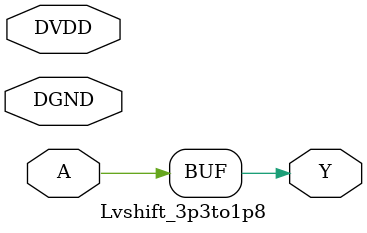
<source format=v>


module Lvshift_1p8to3p3 ( A, AGND, AVDD, DGND, DVDD, PD, Y );

  input DGND;
  input A;
  input AGND;
  output Y;
  input PD;
  input DVDD;
  input AVDD;

assign Y =  PD ? 1'b0 : A;

endmodule

//Verilog HDL for "Tesla", "Lvshift_3p3to1p8" "functional"


module Lvshift_3p3to1p8 ( A, DGND, DVDD, Y );

  input DGND;
  input A;
  output Y;
  input DVDD;

assign Y = A;

endmodule

</source>
